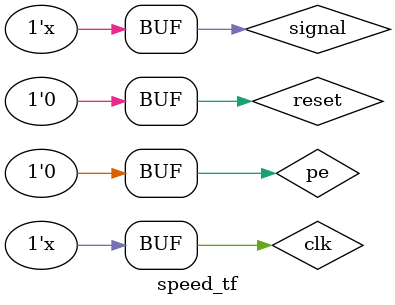
<source format=v>
`timescale 1ns / 1ps


module speed_tf;
	reg pe;
	reg clk;
	reg signal;
	reg reset;
	wire  [7:0] S;
	speedmeter uut (
		.S(S), 
		.pe(pe), 
		.clk(clk), 
		.signal(signal), 
		.reset(reset)
	);
	always #5 clk = ~clk;
	always #5 signal = ~signal;
	initial begin
		pe = 0;
		clk = 0;
		signal = 0;
		reset = 0;
		#4 reset = 1;
		#10 reset = 0;
		#1000 pe = 1;
		#1000 pe = 0;
	end
endmodule


</source>
